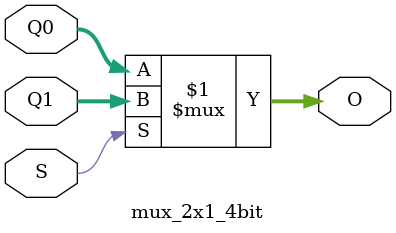
<source format=v>
`timescale 1ns / 1ps


module mux_2x1_4bit(
input [3:0]Q0,
input [3:0]Q1,
input S,
output [3:0]O
    );
    
    assign O = S ? Q1 : Q0;
endmodule

</source>
